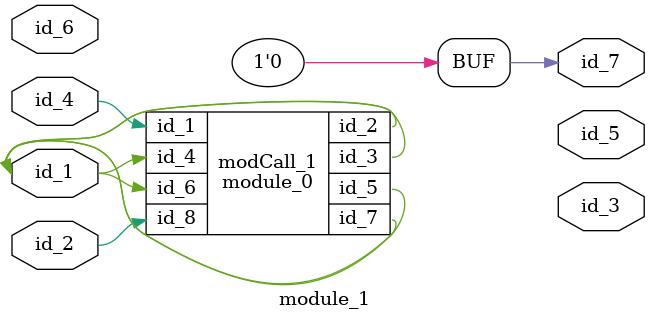
<source format=v>
module module_0 (
    id_1,
    id_2,
    id_3,
    id_4,
    id_5,
    id_6,
    id_7,
    id_8
);
  input wire id_8;
  inout wire id_7;
  input wire id_6;
  inout wire id_5;
  input wire id_4;
  inout wire id_3;
  inout wire id_2;
  input wire id_1;
  assign id_5 = id_6 * id_8;
  wire id_9, id_10;
  initial begin : LABEL_0$display
    ;
  end
  assign module_1.id_7 = "";
  wor id_11 = -1;
endmodule
module module_1 (
    id_1,
    id_2,
    id_3,
    id_4,
    id_5,
    id_6,
    id_7
);
  output wire id_7;
  input wire id_6;
  output wire id_5;
  input wire id_4;
  output wire id_3;
  input wire id_2;
  inout wire id_1;
  assign id_7 = "";
  module_0 modCall_1 (
      id_4,
      id_1,
      id_1,
      id_1,
      id_1,
      id_1,
      id_1,
      id_2
  );
endmodule

</source>
